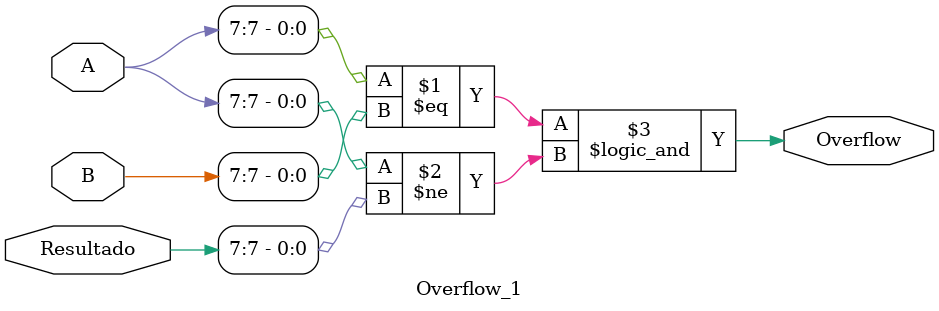
<source format=v>
module Overflow_1(
    input wire [7:0] A, B, Resultado,
    output wire Overflow
);
    assign Overflow = (A[7] == B[7]) && (A[7] != Resultado[7]);
endmodule


</source>
